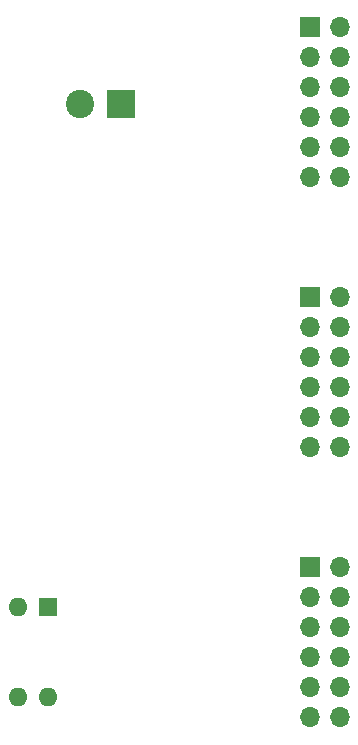
<source format=gbr>
%TF.GenerationSoftware,KiCad,Pcbnew,(5.99.0-12717-g57c7d663b0)*%
%TF.CreationDate,2021-10-22T19:22:42+02:00*%
%TF.ProjectId,video_converter,76696465-6f5f-4636-9f6e-766572746572,rev?*%
%TF.SameCoordinates,Original*%
%TF.FileFunction,Soldermask,Bot*%
%TF.FilePolarity,Negative*%
%FSLAX46Y46*%
G04 Gerber Fmt 4.6, Leading zero omitted, Abs format (unit mm)*
G04 Created by KiCad (PCBNEW (5.99.0-12717-g57c7d663b0)) date 2021-10-22 19:22:42*
%MOMM*%
%LPD*%
G01*
G04 APERTURE LIST*
%ADD10R,1.700000X1.700000*%
%ADD11O,1.700000X1.700000*%
%ADD12R,1.600000X1.600000*%
%ADD13O,1.600000X1.600000*%
%ADD14R,2.400000X2.400000*%
%ADD15C,2.400000*%
G04 APERTURE END LIST*
D10*
%TO.C,J3*%
X162244000Y-59690000D03*
D11*
X164784000Y-59690000D03*
X162244000Y-62230000D03*
X164784000Y-62230000D03*
X162244000Y-64770000D03*
X164784000Y-64770000D03*
X162244000Y-67310000D03*
X164784000Y-67310000D03*
X162244000Y-69850000D03*
X164784000Y-69850000D03*
X162244000Y-72390000D03*
X164784000Y-72390000D03*
%TD*%
D12*
%TO.C,SW1*%
X140086000Y-108754500D03*
D13*
X137546000Y-108754500D03*
X137546000Y-116374500D03*
X140086000Y-116374500D03*
%TD*%
D10*
%TO.C,J4*%
X162244000Y-82550000D03*
D11*
X164784000Y-82550000D03*
X162244000Y-85090000D03*
X164784000Y-85090000D03*
X162244000Y-87630000D03*
X164784000Y-87630000D03*
X162244000Y-90170000D03*
X164784000Y-90170000D03*
X162244000Y-92710000D03*
X164784000Y-92710000D03*
X162244000Y-95250000D03*
X164784000Y-95250000D03*
%TD*%
D14*
%TO.C,J7*%
X146276000Y-66232000D03*
D15*
X142776000Y-66232000D03*
%TD*%
D10*
%TO.C,J5*%
X162244000Y-105410000D03*
D11*
X164784000Y-105410000D03*
X162244000Y-107950000D03*
X164784000Y-107950000D03*
X162244000Y-110490000D03*
X164784000Y-110490000D03*
X162244000Y-113030000D03*
X164784000Y-113030000D03*
X162244000Y-115570000D03*
X164784000Y-115570000D03*
X162244000Y-118110000D03*
X164784000Y-118110000D03*
%TD*%
M02*

</source>
